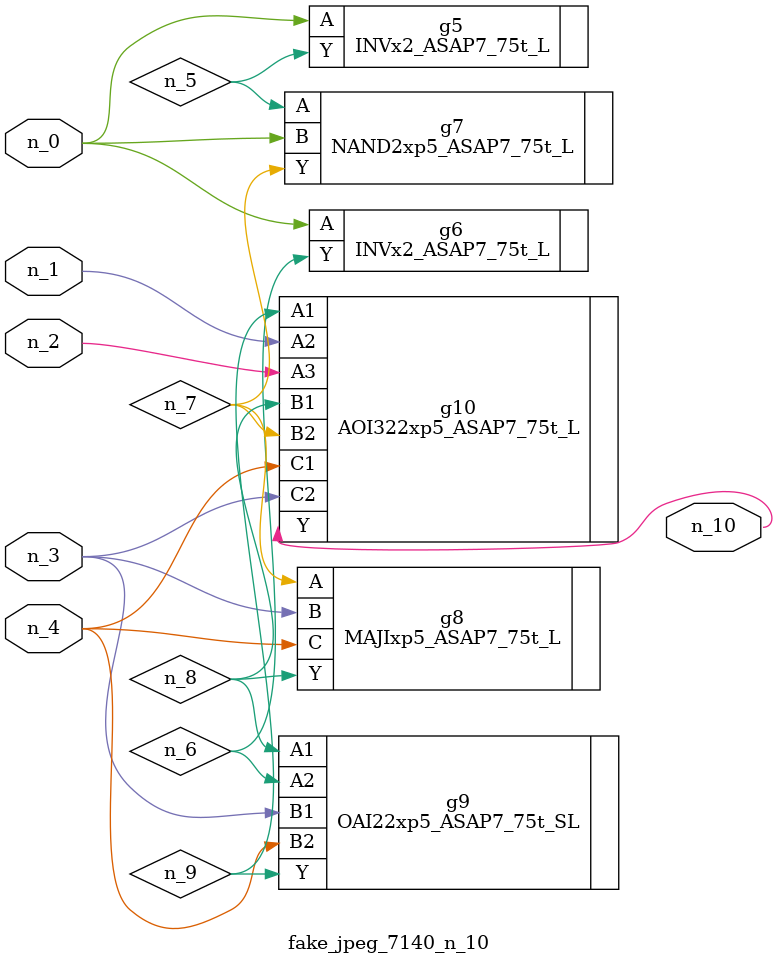
<source format=v>
module fake_jpeg_7140_n_10 (n_3, n_2, n_1, n_0, n_4, n_10);

input n_3;
input n_2;
input n_1;
input n_0;
input n_4;

output n_10;

wire n_8;
wire n_9;
wire n_6;
wire n_5;
wire n_7;

INVx2_ASAP7_75t_L g5 ( 
.A(n_0),
.Y(n_5)
);

INVx2_ASAP7_75t_L g6 ( 
.A(n_0),
.Y(n_6)
);

NAND2xp5_ASAP7_75t_L g7 ( 
.A(n_5),
.B(n_0),
.Y(n_7)
);

MAJIxp5_ASAP7_75t_L g8 ( 
.A(n_7),
.B(n_3),
.C(n_4),
.Y(n_8)
);

OAI22xp5_ASAP7_75t_SL g9 ( 
.A1(n_8),
.A2(n_6),
.B1(n_3),
.B2(n_4),
.Y(n_9)
);

AOI322xp5_ASAP7_75t_L g10 ( 
.A1(n_9),
.A2(n_1),
.A3(n_2),
.B1(n_8),
.B2(n_7),
.C1(n_4),
.C2(n_3),
.Y(n_10)
);


endmodule
</source>
